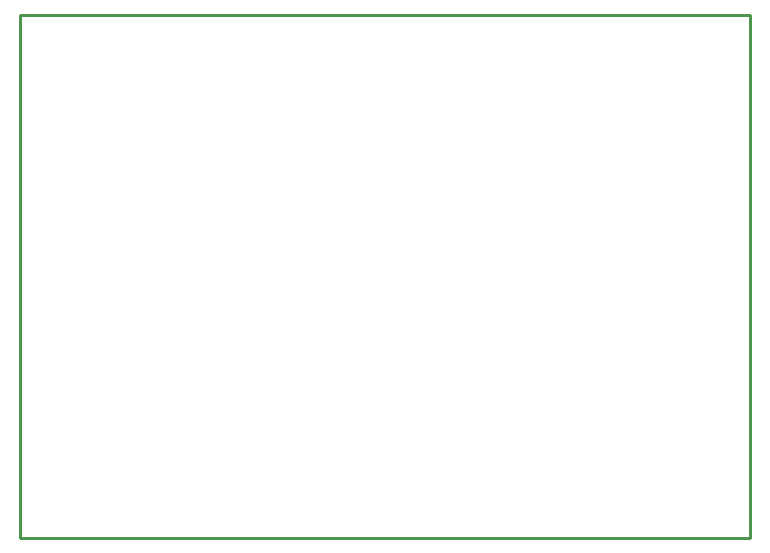
<source format=gko>
G04*
G04 #@! TF.GenerationSoftware,Altium Limited,Altium Designer,26.2.0 (7)*
G04*
G04 Layer_Color=16711935*
%FSLAX44Y44*%
%MOMM*%
G71*
G04*
G04 #@! TF.SameCoordinates,3185D957-47D7-4B04-8ED6-6F93F25C82E1*
G04*
G04*
G04 #@! TF.FilePolarity,Positive*
G04*
G01*
G75*
%ADD15C,0.2540*%
D15*
X0Y0D02*
Y443230D01*
Y0D02*
X618490D01*
Y443230D01*
X0D02*
X618490D01*
M02*

</source>
